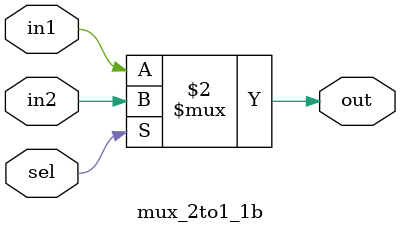
<source format=v>

module mux_2to1_1b(
     input wire sel
    ,input wire in1
    ,input wire in2
    ,output wire out
);
    assign out = (sel == 1'b0) ? in1 : in2;
endmodule
</source>
